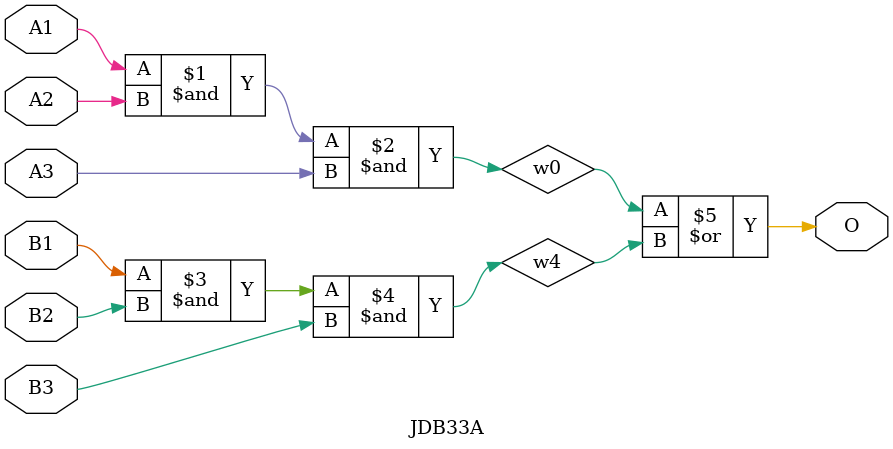
<source format=v>
module JDB33A(A1, A2, A3, B1, B2, B3, O);
input   A1;
input   A2;
input   A3;
input   B1;
input   B2;
input   B3;
output  O;
and g0(w0, A1, A2, A3);
and g1(w4, B1, B2, B3);
or g2(O, w0, w4);
endmodule
</source>
